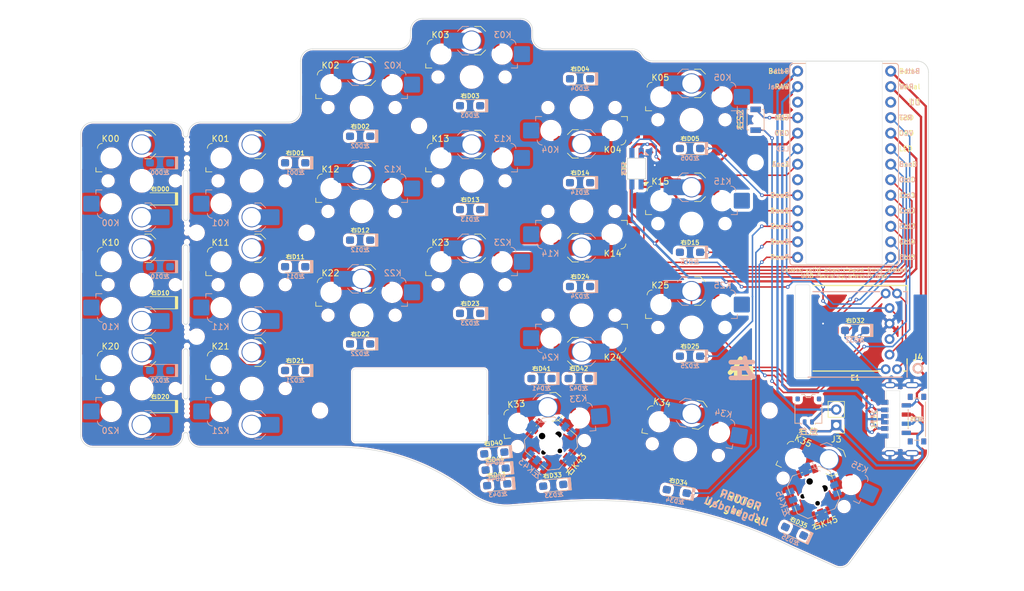
<source format=kicad_pcb>
(kicad_pcb (version 20221018) (generator pcbnew)
  (title_block (rev "rev1.0"))
  (layers (0 "F.Cu" signal) (31 "B.Cu" signal) (34 "B.Paste" user) (35 "F.Paste" user) (36 "B.SilkS" user "B.Silkscreen") (37 "F.SilkS" user "F.Silkscreen") (38 "B.Mask" user) (39 "F.Mask" user) (44 "Edge.Cuts" user))
  (net 0 "")
  (net 1 "GND")
  (net 2 "enc_a")
  (net 3 "enc_b")
  (net 4 "col2")
  (net 5 "Net-(右D32-A)")
  (net 6 "battery_l-{slash}r+")
  (net 7 "battery_l+{slash}r-")
  (net 8 "Net-(右D00-A)")
  (net 9 "col0")
  (net 10 "Net-(右D01-A)")
  (net 11 "col1")
  (net 12 "Net-(右D02-A)")
  (net 13 "Net-(右D03-A)")
  (net 14 "col3")
  (net 15 "Net-(右D04-A)")
  (net 16 "col4")
  (net 17 "Net-(右D05-A)")
  (net 18 "col5")
  (net 19 "Net-(右D10-A)")
  (net 20 "Net-(右D11-A)")
  (net 21 "Net-(右D12-A)")
  (net 22 "Net-(右D13-A)")
  (net 23 "Net-(右D14-A)")
  (net 24 "Net-(右D15-A)")
  (net 25 "Net-(右D20-A)")
  (net 26 "Net-(右D21-A)")
  (net 27 "Net-(右D22-A)")
  (net 28 "Net-(右D23-A)")
  (net 29 "Net-(右D24-A)")
  (net 30 "Net-(右D25-A)")
  (net 31 "Net-(右D33-A)")
  (net 32 "Net-(右D34-A)")
  (net 33 "Net-(右D35-A)")
  (net 34 "l_data{slash}r_raw")
  (net 36 "gnd_reset")
  (net 37 "l_gnd{slash}r_3V3")
  (net 38 "l_led")
  (net 39 "row0")
  (net 40 "row1")
  (net 41 "row2")
  (net 42 "row3")
  (net 43 "row4")
  (net 44 "l_raw{slash}r_data")
  (net 46 "reset_gnd")
  (net 47 "l_3V3{slash}r_gnd")
  (net 48 "r_led")
  (net 49 "Net-(右D40-K)")
  (net 50 "Net-(右D41-K)")
  (net 51 "Net-(右D42-K)")
  (net 52 "Net-(右D43-K)")
  (net 53 "Net-(右D44-K)")
  (net 56 "Net-(左D40-K)")
  (net 57 "Net-(左D41-K)")
  (net 58 "Net-(左D42-K)")
  (net 59 "Net-(左D43-K)")
  (net 60 "Net-(左D44-K)")
  (net 64 "Net-(J3-Pin_1)")
  (net 65 "Net-(左D32-A)")
  (footprint "♥Project_Library:D_SOD-123" (layer "F.Cu") (at 145.7575 53.3 180)
    (fp_text reference "右D04")
    (fp_text value "1N4148")
  )
  (footprint "♥Project_Library:SW_choc_v1_HS_1u_Reversible" (layer "F.Cu") (at 164 94)
    (fp_text reference "K25")
    (fp_text value "KEYSW")
  )
  (footprint "♥Project_Library:SW_SPDT_PCM12_Reversible" (layer "F.Cu") (at 200.6 109.013 90)
    (fp_text reference "右S1")
    (fp_text value "SW_SPST")
  )
  (footprint "♥Project_Library:SW_choc_v1_HS_1u_Reversible" (layer "F.Cu") (at 146 92 180)
    (fp_text reference "K24")
    (fp_text value "KEYSW")
  )
  (footprint "♥Project_Library:D_SOD-123" (layer "F.Cu") (at 127.7575 91.7 180)
    (fp_text reference "右D23")
    (fp_text value "1N4148")
  )
  (footprint "♥Project_Library:SW_choc_v1_HS_1u_Reversible_Opposing" (layer "F.Cu") (at 92 104)
    (fp_text reference "K21")
    (fp_text value "KEYSW")
  )
  (footprint "♥Project_Library:D_SOD-123" (layer "F.Cu") (at 99.125 67.05 180)
    (fp_text reference "右D01")
    (fp_text value "1N4148")
  )
  (footprint "♥Project_Library:D_SOD-123" (layer "F.Cu") (at 77.0025 106.95 180)
    (fp_text reference "右D20")
    (fp_text value "1N4148")
  )
  (footprint "♥Project_Library:D_SOD-123" (layer "F.Cu") (at 141.371691 119.840654 -175)
    (fp_text reference "右D33")
    (fp_text value "1N4148")
  )
  (footprint "♥Project_Library:ProMicro_Battery_Reversible" (layer "F.Cu") (at 189 68.55)
    (fp_text reference "U1")
    (fp_text value "Flippable RP2040 ProMicro/nice!nano")
    (fp_rect (start -6.25 -18.15) (end 6.25 15) (stroke (width 0.05)) (fill none) (layer "Edge.Cuts"))
  )
  (footprint "♥Project_Library:D_SOD-123" (layer "F.Cu") (at 127.7575 74.7 180)
    (fp_text reference "右D13")
    (fp_text value "1N4148")
  )
  (footprint "♥Project_Library:D_SOD-123" (layer "F.Cu") (at 163.7575 64.7 180)
    (fp_text reference "右D05")
    (fp_text value "1N4148")
  )
  (footprint "♥Project_Library:SW_choc_v1_HS_1u_Reversible" (layer "F.Cu") (at 110 58)
    (fp_text reference "K02")
    (fp_text value "KEYSW")
  )
  (footprint "♥Project_Library:MountingHole_2.2mm_M2" (layer "F.Cu") (at 103.2 107.6)
    (fp_text reference "H4")
    (fp_text value "MountingHole")
  )
  (footprint "♥Project_Library:SW_choc_v1_HS_1u_Reversible_Opposing" (layer "F.Cu") (at 74 87)
    (fp_text reference "K10")
    (fp_text value "KEYSW")
  )
  (footprint "Button_Switch_SMD:SW_SPST_B3U-1000P-B" (layer "F.Cu") (at 174.5 60 90)
    (fp_text reference "右S2")
    (fp_text value "SW_Push")
  )
  (footprint "♥Project_Library:D_SOD-123" (layer "F.Cu") (at 127.7575 57.7 180)
    (fp_text reference "右D03")
    (fp_text value "1N4148")
  )
  (footprint "♥Project_Library:D_SOD-123" (layer "F.Cu") (at 163.7575 81.7 180)
    (fp_text reference "右D15")
    (fp_text value "1N4148")
  )
  (footprint "♥Project_Library:SW_choc_v1_HS_1u_Reversible" (layer "F.Cu") (at 146 58 180)
    (fp_text reference "K04")
    (fp_text value "KEYSW")
  )
  (footprint "♥Project_Library:SW_choc_v1_HS_1u_Reversible" (layer "F.Cu") (at 110 75)
    (fp_text reference "K12")
    (fp_text value "KEYSW")
  )
  (footprint "♥Project_Library:MountingHole_2.2mm_M2" (layer "F.Cu") (at 174.5 67)
    (fp_text reference "H2")
    (fp_text value "MountingHole")
  )
  (footprint "♥Project_Library:Nav_Switch_SKRHAxE010" (layer "F.Cu") (at 141 113 95)
    (fp_text reference "右K43")
    (fp_text value "SW_SP5T")
  )
  (footprint "♥Project_Library:D_SOD-123" (layer "F.Cu") (at 99.125 84.05 180)
    (fp_text reference "右D11")
    (fp_text value "1N4148")
  )
  (footprint "♥Project_Library:SW_choc_v1_HS_1u_Reversible" (layer "F.Cu") (at 141 113 5)
    (fp_text reference "K33")
    (fp_text value "KEYSW")
  )
  (footprint "♥Project_Library:MountingHole_2.2mm_M2" (layer "F.Cu") (at 83 95.5)
    (fp_text reference "H5")
    (fp_text value "MountingHole")
  )
  (footprint "♥Project_Library:SK6812-MINI-E_Jumped_GND" (layer "F.Cu") (at 155 68 -90)
    (fp_text reference "右L2")
    (fp_text value "SK6812MINI-E" hide)
    (fp_line (start 0 -1.5) (end 1.7 -1.5) (stroke (width 0.12)) (layer "Edge.Cuts"))
    (fp_line (start 1.7 -1.5) (end 1.7 1.5) (stroke (width 0.12)) (layer "Edge.Cuts"))
    (fp_line (start 1.7 1.5) (end 0 1.5) (stroke (width 0.12)) (layer "Edge.Cuts"))
  )
  (footprint "Connector_PinHeader_2.54mm:PinHeader_1x02_P2.54mm_Vertical" (layer "F.Cu") (at 187.706 109.982 180)
    (fp_text reference "J3")
    (fp_text value "Alt. Battery")
  )
  (footprint "♥Project_Library:SW_choc_v1_HS_1u_Reversible_Opposing" (layer "F.Cu") (at 92 70)
    (fp_text reference "K01")
    (fp_text value "KEYSW")
  )
  (footprint "♥Project_Library:D_SOD-123" (layer "F.Cu") (at 180.875244 127.371908 155)
    (fp_text reference "右D35")
    (fp_text value "1N4148")
  )
  (footprint "♥Project_Library:D_SOD-123" (layer "F.Cu") (at 109.7575 96.7 180)
    (fp_text reference "右D22")
    (fp_text value "1N4148")
  )
  (footprint "♥Project_Library:D_SOD-123" (layer "F.Cu") (at 145.542 102.362 180)
    (fp_text reference "右D42")
    (fp_text value "1N4148")
  )
  (footprint "♥Project_Library:D_SOD-123" (layer "F.Cu") (at 145.7575 70.3 180)
    (fp_text reference "右D14")
    (fp_text value "1N4148")
  )
  (footprint "beekeeb_lib:mousebites_2" (layer "F.Cu") (at 81.4 78.5 90)
    (fp_text reference "MB1" hide)
    (fp_text value "MountingHole" hide)
  )
  (footprint "♥Project_Library:D_SOD-123" (layer "F.Cu") (at 139.446 102.362 180)
    (fp_text reference "右D41")
    (fp_text value "1N4148")
  )
  (footprint "♥Project_Library:Nav_Switch_SKRHAxE010" (layer "F.Cu") (at 184 121 65)
    (fp_text reference "右K45")
    (fp_text value "SW_SP5T")
  )
  (footprint "♥Project_Library:D_SOD-123" (layer "F.Cu") (at 77.0025 89.95 180)
    (fp_text reference "右D10")
    (fp_text value "1N4148")
  )
  (footprint "beekeeb_lib:mousebites_3" (layer "F.Cu") (at 81.4 108.4352 90)
    (fp_text reference "MB3" hide)
    (fp_text value "MountingHole" hide)
  )
  (footprint "♥Project_Library:D_SOD-123" (layer "F.Cu") (at 131.945721 117.204193 -175)
    (fp_text reference "右D44")
    (fp_text value "1N4148")
  )
  (footprint "♥Project_Library:D_SOD-123" (layer "F.Cu") (at 132.199721 119.744193 -175)
    (fp_text reference "右D43")
    (fp_text value "1N4148")
  )
  (footprint "♥Project_Library:D_SOD-123" (layer "F.Cu") (at 131.726 114.554 -175)
    (fp_text reference "右D40")
    (fp_text value "1N4148")
  )
  (footprint "beekeeb_lib:mousebites_2" (layer "F.Cu") (at 81.4 95.5 90)
    (fp_text reference "MB2" hide)
    (fp_text value "MountingHole" hide)
  )
  (footprint "♥Project_Library:SW_choc_v1_HS_1u_Reversible" (layer "F.Cu") (at 146 75 180)
    (fp_text reference "K14")
    (fp_text value "KEYSW")
  )
  (footprint "♥Project_Library:D_SOD-123" (layer "F.Cu") (at 109.7575 79.7 180)
    (fp_text reference "右D12")
    (fp_text value "1N4148")
  )
  (footprint "♥Project_Library:Battery_Cutout_401020" (layer "F.Cu") (at 119.5 106.75)
    (fp_text reference "B1" hide)
    (fp_text value "MountingHole")
    (fp_line (start -11 5.5) (end -11 -5.5) (stroke (width 0.05)) (layer "Edge.Cuts"))
    (fp_line (start -10.5 -6) (end 10.5 -6) (stroke (width 0.05)) (layer "Edge.Cuts"))
    (fp_line (start 10.5 6) (end -10.5 6) (stroke (width 0.05)) (layer "Edge.Cuts"))
    (fp_line (start 11 -5.5) (end 11 5.5) (stroke (width 0.05)) (layer "Edge.Cuts"))
    (fp_arc (start -11 -5.5) (mid -10.853553 -5.853553) (end -10.5 -6) (stroke (width 0.05)) (layer "Edge.Cuts"))
    (fp_arc (start -10.5 6) (mid -10.853553 5.853553) (end -11 5.5) (stroke (width 0.05)) (layer "Edge.Cuts"))
    (fp_arc (start 10.5 -6) (mid 10.853553 -5.853553) (end 11 -5.5) (stroke (width 0.05)) (layer "Edge.Cuts"))
    (fp_arc (start 11 5.5) (mid 10.853553 5.853553) (end 10.5 6) (stroke (width 0.05)) (layer "Edge.Cuts"))
  )
  (footprint "♥Project_Library:SW_choc_v1_HS_1u_Reversible" (layer "F.Cu") (at 128 87)
    (fp_text reference "K23")
    (fp_text value "KEYSW")
  )
  (footprint "♥Project_Library:SW_choc_v1_HS_1u_Reversible" (layer "F.Cu") (at 128 53)
    (fp_text reference "K03")
    (fp_text value "KEYSW")
  )
  (footprint "♥Project_Library:D_SOD-123" (layer "F.Cu") (at 109.7575 62.7 180)
    (fp_text reference "右D02")
    (fp_text value "1N4148")
  )
  (footprint "beekeeb_lib:SinglePad" (layer "F.Cu") (at 201.075 100.688)
    (fp_text reference "J4")
    (fp_text value "Conn_01x01_Socket" hide)
  )
  (footprint "♥Project_Library:D_SOD-123" (layer "F.Cu") (at 77.0025 72.95 180)
    (fp_text reference "右D00")
    (fp_text value "1N4148")
  )
  (footprint "♥Project_Library:MountingHole_2.2mm_M2" (layer "F.Cu") (at 83 78.5)
    (fp_text reference "H6")
    (fp_text value "MountingHole")
  )
  (footprint "♥Project_Library:MountingHole_2.2mm_M2" (layer "F.Cu") (at 119.4 61)
    (fp_text reference "H1")
    (fp_text value "MountingHole")
  )
  (footprint "♥Project_Library:SW_choc_v1_HS_1u_Reversible" (layer "F.Cu") (at 110 92)
    (fp_text reference "K22")
    (fp_text value "KEYSW")
  )
  (footprint "♥Project_Library:D_SOD-123" (layer "F.Cu") (at 99.125 101.05 180)
    (fp_text reference "右D21")
    (fp_text value "1N4148")
  )
  (footprint "♥Project_Library:D_SOD-123" (layer "F.Cu") (at 161.587832 120.841223 170)
    (fp_text reference "右D34")
    (fp_text value "1N4148")
  )
  (footprint "♥Project_Library:SW_choc_v1_HS_1u_Reversible" (layer "F.Cu") (at 164 77)
    (fp_text reference "K15")
    (fp_text value "KEYSW")
  )
  (footprint "♥Project_Library:D_SOD-123" (layer "F.Cu") (at 190.8 94.488 180)
    (fp_text reference "右D32")
    (fp_text value "1N4148")
  )
  (footprint "♥Project_Library:MountingHole_2.2mm_M2" (layer "F.Cu") (at 176.8 107.6)
    (fp_text reference "H3")
    (fp_text value "MountingHole")
  )
  (footprint "♥Project_Library:MountingHole_2.2mm_M2" (layer "F.Cu") (at 101 78.5)
    (fp_text reference "H7")
    (fp_text value "MountingHole")
  )
  (footprint "♥Project_Library:RollerEncoder_Panasonic_EVQWGD001_Reversible" (layer "F.Cu") (at 190.8 94.638 180)
    (fp_text reference "E1")
    (fp_text value "RotaryEncoder_Switch")
    (fp_line (start 7.4 -7.3) (end 7.4 7.3) (stroke (width 0.05)) (layer "Edge.Cuts"))
    (fp_line (start 7.7 -7.6) (end 9.5 -7.6) (stroke (width 0.05)) (layer "Edge.Cuts"))
    (fp_line (start 7.7 7.6) (end 9.5 7.6) (stroke (width 0.05)) (layer "Edge.Cuts"))
    (fp_line (start 9.8 -7.3) (end 9.8 7.3) (stroke (width 0.05)) (layer "Edge.Cuts"))
    (fp_arc (start 7.4 -7.3) (mid 7.487868 -7.512132) (end 7.7 -7.6) (stroke (width 0.05)) (layer "Edge.Cuts"))
    (fp_arc (start 7.7 7.6) (mid 7.487868 7.512132) (end 7.4 7.3) (stroke (width 0.05)) (layer "Edge.Cuts"))
    (fp_arc (start 9.5 -7.6) (mid 9.712132 -7.512132) (end 9.8 -7.3) (stroke (width 0.05)) (layer "Edge.Cuts"))
    (fp_arc (start 9.8 7.3) (mid 9.712132 7.512132) (end 9.5 7.6) (stroke (width 0.05)) (layer "Edge.Cuts"))
  )
  (footprint "♥Project_Library:D_SOD-123" (layer "F.Cu") (at 145.7575 87.3 180)
    (fp_text reference "右D24")
    (fp_text value "1N4148")
  )
  (footprint "♥Project_Library:SW_choc_v1_HS_1u_Reversible" (layer "F.Cu") (at 184 121 -25)
    (fp_text reference "K35")
    (fp_text value "KEYSW")
  )
  (footprint "♥Project_Library:SW_choc_v1_HS_1u_Reversible_Opposing" (layer "F.Cu") (at 92 87)
    (fp_text reference "K11")
    (fp_text value "KEYSW")
  )
  (footprint "♥Project_Library:CUI_UJC-HP-L-G-5-MSMT-TR_Reversible_Optional" (layer "F.Cu") (at 200.1 109.013 90)
    (fp_text reference "右J1")
    (fp_text value "USB_C_Receptacle_PowerOnly_6P")
    (fp_line (start -4.67 -4.2) (end -3.26 -4.2) (stroke (width 0.05)) (layer "Edge.Cuts"))
    (fp_line (start -4.67 -2) (end -4.67 -4.2) (stroke (width 0.05)) (layer "Edge.Cuts"))
    (fp_line (start -4.67 -2) (end 0 -2) (stroke (width 0.05)) (layer "Edge.Cuts"))
    (fp_line (start -3.26 -4.2) (end -3.26 -3.95) (stroke (width 0.05)) (layer "Edge.Cuts"))
    (fp_line (start -3.26 -3.95) (end 0 -3.95) (stroke (width 0.05)) (layer "Edge.Cuts"))
  )
  (footprint "♥Project_Library:D_SOD-123" (layer "F.Cu") (at 163.7575 98.7 180)
    (fp_text reference "右D25")
    (fp_text value "1N4148")
  )
  (footprint "♥Project_Library:SW_choc_v1_HS_1u_Reversible" (layer "F.Cu") (at 164 60)
    (fp_text reference "K05")
    (fp_text value "KEYSW")
  )
  (footprint "beekeeb_lib:mousebites_3" (layer "F.Cu") (at 81.4 65.5352 90)
    (fp_text reference "MB4" hide)
    (fp_text value "MountingHole" hide)
  )
  (footprint "♥Project_Library:SW_choc_v1_HS_1u_Reversible_Opposing" (layer "F.Cu") (at 74 104)
    (fp_text reference "K20")
    (fp_text value "KEYSW")
  )
  (footprint "♥Project_Library:SW_choc_v1_HS_1u_Reversible" (layer "F.Cu") (at 128 70)
    (fp_text reference "K13")
    (fp_text value "KEYSW")
  )
  (footprint "Connector_Molex:Molex_Pico-EZmate_78171-0002_1x02-1MP_P1.20mm_Vertical" (layer "F.Cu") (at 183.134 107.599 180)
    (fp_text reference "右J2")
    (fp_text value "Conn_01x02_Pin")
  )
  (footprint "♥Project_Library:SW_choc_v1_HS_1u_Reversible_Opposing" (layer "F.Cu") (at 74 70)
    (fp_text reference "K00")
    (fp_text value "KEYSW")
  )
  (footprint "♥Project_Library:SW_choc_v1_HS_1u_Reversible" (layer "F.Cu") (at 163 114 -10)
    (fp_text reference "K34")
    (fp_text value "KEYSW")
  )
  (footprint "♥Project_Library:D_SOD-123" (layer "B.Cu") (at 109.7575 62.7 180)
    (fp_text reference "左D02")
    (fp_text value "1N4148")
  )
  (footprint "♥Project_Library:D_SOD-123" (layer "B.Cu") (at 131.945721 117.204193 -175)
    (fp_text reference "左D44")
    (fp_text value "1N4148")
  )
  (footprint "♥Project_Library:D_SOD-123" (layer "B.Cu") (at 77.0025 67.05 180)
    (fp_text reference "左D00")
    (fp_text value "1N4148")
  )
  (footprint "♥Project_Library:D_SOD-123" (layer "B.Cu") (at 127.7575 57.7 180)
    (fp_text reference "左D03")
    (fp_text value "1N4148")
  )
  (footprint "♥Project_Library:D_SOD-123" (layer "B.Cu") (at 163.7575 81.7 180)
    (fp_text reference "左D15")
    (fp_text value "1N4148")
  )
  (footprint "Button_Switch_SMD:SW_SPST_B3U-1000P-B" (layer "B.Cu") (at 174.5 60 -90)
    (fp_text reference "左S2")
    (fp_text value "SW_Push")
  )
  (footprint "♥Project_Library:SW_SPDT_PCM12_Reversible" (layer "B.Cu") (at 200.6 109.013 -90)
    (fp_text reference "左S1")
    (fp_text value "SW_SPST")
  )
  (footprint "♥Project_Library:D_SOD-123" (layer "B.Cu") (at 132.199721 119.744193 -175)
    (fp_text reference "左D43")
    (fp_text value "1N4148")
  )
  (footprint "♥Project_Library:D_SOD-123" (layer "B.Cu") (at 131.726 114.554 -175)
    (fp_text reference "左D40")
    (fp_text value "1N4148")
  )
  (footprint "♥Project_Library:D_SOD-123" (layer "B.Cu") (at 127.7575 91.7 180)
    (fp_text reference "左D23")
    (fp_text value "1N4148")
  )
  (footprint "♥Project_Library:D_SOD-123" (layer "B.Cu") (at 145.542 102.362 180)
    (fp_text reference "左D42")
    (fp_text value "1N4148")
  )
  (footprint "♥Project_Library:Nav_Switch_SKRHAxE010" (layer "B.Cu") (at 141 113 95)
    (fp_text reference "左K43")
    (fp_text value "SW_SP5T")
  )
  (footprint "♥Project_Library:D_SOD-123" (layer "B.Cu") (at 99.125 101.05 180)
    (fp_text reference "左D21")
    (fp_text value "1N4148")
  )
  (footprint "Connector_Molex:Molex_Pico-EZmate_78171-0002_1x02-1MP_P1.20mm_Vertical" (layer "B.Cu") (at 183.134 107.599)
    (fp_text reference "左J2")
    (fp_text value "Conn_01x02_Pin")
  )
  (footprint "♥Project_Library:D_SOD-123" (layer "B.Cu") (at 145.7575 70.3 180)
    (fp_text reference "左D14")
    (fp_text value "1N4148")
  )
  (footprint "♥Project_Library:D_SOD-123" (layer "B.Cu") (at 163.7575 98.7 180)
    (fp_text reference "左D25")
    (fp_text value "1N4148")
  )
  (footprint "♥Project_Library:D_SOD-123" (layer "B.Cu") (at 127.7575 74.7 180)
    (fp_text reference "左D13")
    (fp_text value "1N4148")
  )
  (footprint "♥Project_Library:D_SOD-123" (layer "B.Cu") (at 161.587832 120.841223 170)
    (fp_text reference "左D34")
    (fp_text value "1N4148")
  )
  (footprint "♥Project_Library:D_SOD-123" (layer "B.Cu") (at 190.8 94.488 180)
    (fp_text reference "左D32")
    (fp_text value "1N4148")
  )
  (footprint "♥Project_Library:D_SOD-123" (layer "B.Cu") (at 145.7575 53.3 180)
    (fp_text reference "左D04")
    (fp_text value "1N4148")
  )
  (footprint "♥Project_Library:Nav_Switch_SKRHAxE010" (layer "B.Cu") (at 184 121 65)
    (fp_text reference "左K45")
    (fp_text value "SW_SP5T")
  )
  (footprint "♥Project_Library:SK6812-MINI-E_Jumped_GND" (layer "B.Cu") (at 155 68 90)
    (fp_text reference "左L1")
    (fp_text value "SK6812MINI-E" hide)
    (fp_line (start 0 1.5) (end 1.7 1.5) (stroke (width 0.12)) (layer "Edge.Cuts"))
    (fp_line (start 1.7 -1.5) (end 0 -1.5) (stroke (width 0.12)) (layer "Edge.Cuts"))
    (fp_line (start 1.7 1.5) (end 1.7 -1.5) (stroke (width 0.12)) (layer "Edge.Cuts"))
  )
  (footprint "♥Project_Library:D_SOD-123" (layer "B.Cu") (at 109.7575 79.7 180)
    (fp_text reference "左D12")
    (fp_text value "1N4148")
  )
  (footprint "♥Project_Library:D_SOD-123" (layer "B.Cu") (at 99.125 67.05 180)
    (fp_text reference "左D01")
    (fp_text value "1N4148")
  )
  (footprint "♥Project_Library:D_SOD-123" (layer "B.Cu") (at 145.7575 87.3 180)
    (fp_text reference "左D24")
    (fp_text value "1N4148")
  )
  (footprint "♥Project_Library:D_SOD-123" (layer "B.Cu") (at 141.371691 119.840654 -175)
    (fp_text reference "左D33")
    (fp_text value "1N4148")
  )
  (footprint "♥Project_Library:D_SOD-123" (layer "B.Cu") (at 109.7575 96.7 180)
    (fp_text reference "左D22")
    (fp_text value "1N4148")
  )
  (footprint "♥Project_Library:D_SOD-123" (layer "B.Cu") (at 180.875244 127.371908 155)
    (fp_text reference "左D35")
    (fp_text value "1N4148")
  )
  (footprint "♥Project_Library:CUI_UJC-HP-L-G-5-MSMT-TR_Reversible_Optional" (layer "B.Cu") (at 200.1 109.013 -90)
    (fp_text reference "左J1")
    (fp_text value "USB_C_Receptacle_PowerOnly_6P")
    (fp_line (start -4.67 2) (end -4.67 4.2) (stroke (width 0.05)) (layer "Edge.Cuts"))
    (fp_line (start -4.67 2) (end 0 2) (stroke (width 0.05)) (layer "Edge.Cuts"))
    (fp_line (start -4.67 4.2) (end -3.26 4.2) (stroke (width 0.05)) (layer "Edge.Cuts"))
    (fp_line (start -3.26 3.95) (end 0 3.95) (stroke (width 0.05)) (layer "Edge.Cuts"))
    (fp_line (start -3.26 4.2) (end -3.26 3.95) (stroke (width 0.05)) (layer "Edge.Cuts"))
  )
  (footprint "♥Project_Library:D_SOD-123" (layer "B.Cu") (at 77.0025 101.05 180)
    (fp_text reference "左D20")
    (fp_text value "1N4148")
  )
  (footprint "♥Project_Library:D_SOD-123" (layer "B.Cu") (at 139.446 102.362 180)
    (fp_text reference "左D41")
    (fp_text value "1N4148")
  )
  (footprint "♥Project_Library:D_SOD-123" (layer "B.Cu") (at 99.125 84.05 180)
    (fp_text reference "左D11")
    (fp_text value "1N4148")
  )
  (footprint "♥Project_Library:D_SOD-123" (layer "B.Cu") (at 77.0025 84.05 180)
    (fp_text reference "左D10")
    (fp_text value "1N4148")
  )
  (footprint "♥Project_Library:D_SOD-123" (layer "B.Cu") (at 163.7575 64.7 180)
    (fp_text reference "左D05")
    (fp_text value "1N4148")
  )
  (gr_line (start 81.6 97.9) (end 81.6 105.3) (stroke (width 0.1)) (layer "Edge.Cuts"))
  (gr_arc (start 201 50.4) (mid 202.272792 50.927208) (end 202.8 52.2) (stroke (width 0.1)) (layer "Edge.Cuts"))
  (gr_line (start 98 60.4) (end 83.6 60.4) (stroke (width 0.1)) (layer "Edge.Cuts"))
  (gr_arc (start 100 50.4) (mid 100.585786 48.985786) (end 102 48.4) (stroke (width 0.1)) (layer "Edge.Cuts"))
  (gr_line (start 83.6 113.6) (end 106.5 113.6) (stroke (width 0.1)) (layer "Edge.Cuts"))
  (gr_line (start 189.949999 132.449999) (end 202.434044 115.487896) (stroke (width 0.1)) (layer "Edge.Cuts"))
  (gr_arc (start 134.5 123.175) (mid 130.930967 122.788889) (end 127.75 121.125) (stroke (width 0.1)) (layer "Edge.Cuts"))
  (gr_arc (start 118 45.4) (mid 118.585786 43.985786) (end 120 43.4) (stroke (width 0.1)) (layer "Edge.Cuts"))
  (gr_arc (start 78.8 60.4) (mid 80.214214 60.985786) (end 80.8 62.4) (stroke (width 0.1)) (layer "Edge.Cuts"))
  (gr_line (start 201 50.4) (end 157.750002 50.399998) (stroke (width 0.1)) (layer "Edge.Cuts"))
  (gr_line (start 118 45.4) (end 118 46.4) (stroke (width 0.1)) (layer "Edge.Cuts"))
  (gr_arc (start 81.6 62.4) (mid 81.2 62.8) (end 80.8 62.4) (stroke (width 0.1)) (layer "Edge.Cuts"))
  (gr_line (start 138 46.4) (end 138 45.4) (stroke (width 0.1)) (layer "Edge.Cuts"))
  (gr_line (start 81.6 68.7) (end 81.6 76.1) (stroke (width 0.1)) (layer "Edge.Cuts"))
  (gr_arc (start 81.6 93.1) (mid 81.2 93.5) (end 80.8 93.1) (stroke (width 0.1)) (layer "Edge.Cuts"))
  (gr_arc (start 80.8 111.6) (mid 81.2 111.2) (end 81.6 111.6) (stroke (width 0.1)) (layer "Edge.Cuts"))
  (gr_arc (start 81.6 76.1) (mid 81.2 76.5) (end 80.8 76.1) (stroke (width 0.1)) (layer "Edge.Cuts"))
  (gr_arc (start 80.8 111.6) (mid 80.214214 113.014214) (end 78.8 113.6) (stroke (width 0.1)) (layer "Edge.Cuts"))
  (gr_line (start 80.8 97.9) (end 80.8 105.3) (stroke (width 0.1)) (layer "Edge.Cuts"))
  (gr_arc (start 202.8 114.4) (mid 202.70606 114.973899) (end 202.434044 115.487896) (stroke (width 0.1)) (layer "Edge.Cuts"))
  (gr_line (start 100 50.4) (end 100 58.4) (stroke (width 0.1)) (layer "Edge.Cuts"))
  (gr_arc (start 80.8 68.7) (mid 81.2 68.3) (end 81.6 68.7) (stroke (width 0.1)) (layer "Edge.Cuts"))
  (gr_line (start 78.8 60.4) (end 66 60.4) (stroke (width 0.1)) (layer "Edge.Cuts"))
  (gr_line (start 66 113.6) (end 78.8 113.6) (stroke (width 0.1)) (layer "Edge.Cuts"))
  (gr_arc (start 136 43.4) (mid 137.414214 43.985786) (end 138 45.4) (stroke (width 0.1)) (layer "Edge.Cuts"))
  (gr_arc (start 118 46.4) (mid 117.414214 47.814214) (end 116 48.4) (stroke (width 0.1)) (layer "Edge.Cuts"))
  (gr_arc (start 66 113.6) (mid 64.585786 113.014214) (end 64 111.6) (stroke (width 0.1)) (layer "Edge.Cuts"))
  (gr_line (start 202.8 114.4) (end 202.8 113.2) (stroke (width 0.1)) (layer "Edge.Cuts"))
  (gr_line (start 141.8 122.600001) (end 134.5 123.175) (stroke (width 0.1)) (layer "Edge.Cuts"))
  (gr_line (start 180.129399 129.8) (end 187.513868 133.121447) (stroke (width 0.1)) (layer "Edge.Cuts"))
  (gr_arc (start 83.6 113.6) (mid 82.185786 113.014214) (end 81.6 111.6) (stroke (width 0.1)) (layer "Edge.Cuts"))
  (gr_arc (start 140 48.4) (mid 138.585786 47.814214) (end 138 46.4) (stroke (width 0.1)) (layer "Edge.Cuts"))
  (gr_line (start 80.8 68.7) (end 80.8 76.1) (stroke (width 0.1)) (layer "Edge.Cuts"))
  (gr_arc (start 157.750002 50.399998) (mid 156.742216 50.132373) (end 156 49.4) (stroke (width 0.1)) (layer "Edge.Cuts"))
  (gr_line (start 64 62.4) (end 64 111.6) (stroke (width 0.1)) (layer "Edge.Cuts"))
  (gr_arc (start 80.8 97.9) (mid 81.2 97.5) (end 81.6 97.9) (stroke (width 0.1)) (layer "Edge.Cuts"))
  (gr_line (start 80.8 80.9) (end 80.8 93.1) (stroke (width 0.1)) (layer "Edge.Cuts"))
  (gr_arc (start 80.8 80.9) (mid 81.2 80.5) (end 81.6 80.9) (stroke (width 0.1)) (layer "Edge.Cuts"))
  (gr_line (start 136 43.4) (end 120 43.4) (stroke (width 0.1)) (layer "Edge.Cuts"))
  (gr_arc (start 64 62.4) (mid 64.585786 60.985786) (end 66 60.4) (stroke (width 0.1)) (layer "Edge.Cuts"))
  (gr_arc (start 106.5 113.600001) (mid 117.756229 115.57996) (end 127.75 121.125) (stroke (width 0.1)) (layer "Edge.Cuts"))
  (gr_line (start 116 48.4) (end 102 48.4) (stroke (width 0.1)) (layer "Edge.Cuts"))
  (gr_arc (start 154.3 48.4) (mid 155.286154 48.668538) (end 156 49.4) (stroke (width 0.1)) (layer "Edge.Cuts"))
  (gr_line (start 81.6 80.9) (end 81.6 93.1) (stroke (width 0.1)) (layer "Edge.Cuts"))
  (gr_line (start 202.8 113.2) (end 202.8 52.2) (stroke (width 0.1)) (layer "Edge.Cuts"))
  (gr_arc (start 81.6 105.3) (mid 81.2 105.7) (end 80.8 105.3) (stroke (width 0.1)) (layer "Edge.Cuts"))
  (gr_arc (start 100 58.4) (mid 99.414214 59.814214) (end 98 60.4) (stroke (width 0.1)) (layer "Edge.Cuts"))
  (gr_arc (start 81.6 62.4) (mid 82.185786 60.985786) (end 83.6 60.4) (stroke (width 0.1)) (layer "Edge.Cuts"))
  (gr_arc (start 189.949999 132.449999) (mid 188.858511 133.244969) (end 187.513868 133.121447) (stroke (width 0.1)) (layer "Edge.Cuts"))
  (gr_line (start 154.3 48.4) (end 140 48.4) (stroke (width 0.1)) (layer "Edge.Cuts"))
  (gr_arc (start 141.8 122.600001) (mid 161.459797 123.564333) (end 180.129399 129.8) (stroke (width 0.1)) (layer "Edge.Cuts"))
  (gr_text "PROTOR\nu/bgkendall" (at 171.704 123.19 340) (layer "B.SilkS") (effects (font (size 1.2 1.2) (thickness 0.25) bold) (justify mirror)))
  (gr_text "左" (at 172.245 100.909782) (layer "B.SilkS") (effects (font (size 3 3) (thickness 0.75) bold) (justify mirror)))
  (gr_text "PROTOR\nu/bgkendall" (at 171.704 123.19 340) (layer "F.SilkS") (effects (font (size 1.2 1.2) (thickness 0.25) bold)))
  (gr_text "右" (at 172.245 100.909782) (layer "F.SilkS") (effects (font (size 3 3) (thickness 0.75) bold)))
  (via (at 157.988 67.437) (size 0.6) (drill 0.3) (layers "F.Cu" "B.Cu") (net 1))
  (via (at 185.542701 93.368) (size 0.6) (drill 0.3) (layers "F.Cu" "B.Cu") (net 1))
  (segment (start 198.54 96.333) (end 198.54 92.943) (width 0.25) (layer "F.Cu") (net 2))
  (segment (start 185.542701 89.662) (end 185.542701 87.346098) (width 0.25) (layer "F.Cu") (net 2))
  (segment (start 198.54 92.943) (end 196.425 90.828) (width 0.25) (layer "F.Cu") (net 2))
  (segment (start 196.425 98.448) (end 198.54 96.333) (width 0.25) (layer "F.Cu") (net 2))
  (segment (start 185.542701 87.346098) (end 185.551299 87.3375) (width 0.25) (layer "F.Cu") (net 2))
  (via (at 185.551299 87.3375) (size 0.6) (drill 0.3) (layers "F.Cu" "B.Cu") (net 2))
  (via (at 185.542701 89.662) (size 0.6) (drill 0.3) (layers "F.Cu" "B.Cu") (net 2))
  (segment (start 181.38 64.74) (end 179.578 66.542) (width 0.25) (layer "B.Cu") (net 2))
  (segment (start 180.451 85.963) (end 184.269598 85.963) (width 0.25) (layer "B.Cu") (net 2))
  (segment (start 185.542701 89.662) (end 186.708701 90.828) (width 0.25) (layer "B.Cu") (net 2))
  (segment (start 179.578 85.09) (end 180.451 85.963) (width 0.25) (layer "B.Cu") (net 2))
  (segment (start 186.708701 90.828) (end 196.275 90.828) (width 0.25) (layer "B.Cu") (net 2))
  (segment (start 185.551299 87.244701) (end 185.551299 87.3375) (width 0.25) (layer "B.Cu") (net 2))
  (segment (start 179.578 66.542) (end 179.578 85.09) (width 0.25) (layer "B.Cu") (net 2))
  (segment (start 184.269598 85.963) (end 185.551299 87.244701) (width 0.25) (layer "B.Cu") (net 2))
  (segment (start 199.178 93.005) (end 196.425 95.758) (width 0.25) (layer "B.Cu") (net 3))
  (segment (start 196.62 64.74) (end 199.178 67.298) (width 0.25) (layer "B.Cu") (net 3))
  (segment (start 199.178 67.298) (end 199.178 93.005) (width 0.25) (layer "B.Cu") (net 3))
  (segment (start 198.985 77.265) (end 198.985 83.638202) (width 0.25) (layer "F.Cu") (net 4))
  (segment (start 110 88.918) (end 110 86.05) (width 0.25) (layer "F.Cu") (net 4))
  (segment (start 197.990202 84.633) (end 141.903363 84.633) (width 0.25) (layer "F.Cu") (net 4))
  (segment (start 118.364 97.282) (end 110 88.918) (width 0.25) (layer "F.Cu") (net 4))
  (segment (start 141.903363 84.633) (end 129.254363 97.282) (width 0.25) (layer "F.Cu") (net 4))
  (segment (start 196.62 74.9) (end 198.985 77.265) (width 0.25) (layer "F.Cu") (net 4))
  (segment (start 198.985 83.638202) (end 197.990202 84.633) (width 0.25) (layer "F.Cu") (net 4))
  (segment (start 129.254363 97.282) (end 118.364 97.282) (width 0.25) (layer "F.Cu") (net 4))
  (segment (start 189.15 94.488) (end 189.75 94.488) (width 0.25) (layer "F.Cu") (net 5))
  (segment (start 189.75 94.488) (end 195.8 88.438) (width 0.25) (layer "F.Cu") (net 5))
  (segment (start 185.766 107.442) (end 183.734 109.474) (width 0.38) (layer "F.Cu") (net 6))
  (segment (start 187.706 107.442) (end 185.766 107.442) (width 0.38) (layer "F.Cu") (net 6))
  (segment (start 187.706 107.442) (end 181.102 107.442) (width 0.38) (layer "B.Cu") (net 6))
  (segment (start 178.083 55.337) (end 181.38 52.04) (width 0.38) (layer "B.Cu") (net 6))
  (segment (start 181.102 107.442) (end 178.083 104.423) (width 0.38) (layer "B.Cu") (net 6))
  (segment (start 183.734 109.474) (end 185.766 107.442) (width 0.38) (layer "B.Cu") (net 6))
  (segment (start 185.766 107.442) (end 187.706 107.442) (width 0.38) (layer "B.Cu") (net 6))
  (segment (start 178.083 104.423) (end 178.083 55.337) (width 0.38) (layer "B.Cu") (net 6))
  (segment (start 201.82 110.88165) (end 201.82 106.86474) (width 0.38) (layer "F.Cu") (net 7))
  (segment (start 201.9513 101.5643) (end 201.9513 103.75196) (width 0.38) (layer "F.Cu") (net 7))
  (segment (start 201.29865 111.403) (end 201.82 110.88165) (width 0.38) (layer "F.Cu") (net 7))
  (segment (start 202.36 57.78) (end 202.36 99.403) (width 0.38) (layer "F.Cu") (net 7))
  (segment (start 202.36 99.403) (end 201.075 100.688) (width 0.38) (layer "F.Cu") (net 7))
  (segment (start 199.17 111.263) (end 199.31 111.403) (width 0.38) (layer "F.Cu") (net 7))
  (segment (start 199.31 111.403) (end 201.29865 111.403) (width 0.38) (layer "F.Cu") (net 7))
  (segment (start 201.075 100.688) (end 201.9513 101.5643) (width 0.38) (layer "F.Cu") (net 7))
  (segment (start 196.62 52.04) (end 202.36 57.78) (width 0.38) (layer "F.Cu") (net 7))
  (segment (start 201.82 106.86474) (end 200.914 105.95874) (width 0.38) (layer "F.Cu") (net 7))
  (segment (start 201.9513 103.75196) (end 200.914 104.78926) (width 0.38) (layer "F.Cu") (net 7))
  (segment (start 200.914 104.78926) (end 200.914 105.95874) (width 0.38) (layer "F.Cu") (net 7))
  (via (at 200.914 105.95874) (size 0.6) (drill 0.3) (layers "F.Cu" "B.Cu") (net 7))
  (segment (start 200.914 105.95874) (end 200.10974 106.763) (width 0.38) (layer "B.Cu") (net 7))
  (segment (start 200.10974 106.763) (end 199.17 106.763) (width 0.38) (layer "B.Cu") (net 7))
  (segment (start 88.043506 97.028) (end 91.140506 100.125) (width 0.25) (layer "F.Cu") (net 9))
  (segment (start 91.140506 100.125) (end 96.250942 100.125) (width 0.25) (layer "F.Cu") (net 9))
  (segment (start 81.789035 96.375) (end 82.442035 97.028) (width 0.25) (layer "F.Cu") (net 9))
  (segment (start 198.445838 85.733) (end 200.085 84.093838) (width 0.25) (layer "F.Cu") (net 9))
  (segment (start 129.285999 98.806) (end 142.358999 85.733) (width 0.25) (layer "F.Cu") (net 9))
  (segment (start 200.085 73.285) (end 196.62 69.82) (width 0.25) (layer "F.Cu") (net 9))
  (segment (start 78.92 96.375) (end 81.789035 96.375) (width 0.25) (layer "F.Cu") (net 9))
  (segment (start 74.73 109.22) (end 74 109.95) (width 0.25) (layer "F.Cu") (net 9))
  (segment (start 96.250942 100.125) (end 97.569942 98.806) (width 0.25) (layer "F.Cu") (net 9))
  (segment (start 97.569942 98.806) (end 129.285999 98.806) (width 0.25) (layer "F.Cu") (net 9))
  (segment (start 77.245 98.05) (end 78.92 96.375) (width 0.25) (layer "F.Cu") (net 9))
  (segment (start 200.085 84.093838) (end 200.085 73.285) (width 0.25) (layer "F.Cu") (net 9))
  (segment (start 142.358999 85.733) (end 198.445838 85.733) (width 0.25) (layer "F.Cu") (net 9))
  (segment (start 82.442035 97.028) (end 88.043506 97.028) (width 0.25) (layer "F.Cu") (net 9))
  (segment (start 77.975 109.22) (end 77.245 109.95) (width 0.25) (layer "B.Cu") (net 9))
  (segment (start 198.21802 85.183) (end 142.131182 85.183) (width 0.25) (layer "F.Cu") (net 11))
  (segment (start 196.62 72.36) (end 199.535 75.275) (width 0.25) (layer "F.Cu") (net 11))
  (segment (start 142.131182 85.183) (end 129.264182 98.05) (width 0.25) (layer "F.Cu") (net 11))
  (segment (start 129.264182 98.05) (end 95.245 98.05) (width 0.25) (layer "F.Cu") (net 11))
  (segment (start 199.535 83.86602) (end 198.21802 85.183) (width 0.25) (layer "F.Cu") (net 11))
  (segment (start 199.535 75.275) (end 199.535 83.86602) (width 0.25) (layer "F.Cu") (net 11))
  (segment (start 197.771384 84.074) (end 141.732 84.074) (width 0.25) (layer "F.Cu") (net 14))
  (segment (start 141.732 84.074) (end 138.708 81.05) (width 0.25) (layer "F.Cu") (net 14))
  (segment (start 198.435 83.410384) (end 197.771384 84.074) (width 0.25) (layer "F.Cu") (net 14))
  (segment (start 196.62 77.44) (end 198.435 79.255) (width 0.25) (layer "F.Cu") (net 14))
  (segment (start 138.708 81.05) (end 131.245 81.05) (width 0.25) (layer "F.Cu") (net 14))
  (segment (start 198.435 79.255) (end 198.435 83.410384) (width 0.25) (layer "F.Cu") (net 14))
  (segment (start 184.236364 103.548) (end 180.256 103.548) (width 0.25) (layer "F.Cu") (net 16))
  (segment (start 177.8 101.092) (end 171.081601 101.092) (width 0.25) (layer "F.Cu") (net 16))
  (segment (start 180.256 103.548) (end 177.8 101.092) (width 0.25) (layer "F.Cu") (net 16))
  (segment (start 187.96 99.824364) (end 184.236364 103.548) (width 0.25) (layer "F.Cu") (net 16))
  (segment (start 191.008 89.4455) (end 187.96 92.4935) (width 0.25) (layer "F.Cu") (net 16))
  (segment (start 187.96 92.4935) (end 187.96 99.824364) (width 0.25) (layer "F.Cu") (net 16))
  (segment (start 171.081601 101.092) (end 164.033207 108.140394) (width 0.25) (layer "F.Cu") (net 16))
  (via (at 191.008 89.4455) (size 0.6) (drill 0.3) (layers "F.Cu" "B.Cu") (net 16))
  (segment (start 197.945 81.305) (end 196.62 79.98) (width 0.25) (layer "B.Cu") (net 16))
  (segment (start 151.210599 97.95) (end 160.837505 107.576906) (width 0.25) (layer "B.Cu") (net 16))
  (segment (start 191.008 89.4455) (end 191.568333 89.4455) (width 0.25) (layer "B.Cu") (net 16))
  (segment (start 197.945 83.068833) (end 197.945 81.305) (width 0.25) (layer "B.Cu") (net 16))
  (segment (start 191.568333 89.4455) (end 197.945 83.068833) (width 0.25) (layer "B.Cu") (net 16))
  (segment (start 149.245 97.95) (end 151.210599 97.95) (width 0.25) (layer "B.Cu") (net 16))
  (segment (start 189.992 89.408) (end 192.237 87.163) (width 0.25) (layer "F.Cu") (net 18))
  (segment (start 187.41 91.99) (end 187.41 99.596546) (width 0.25) (layer "F.Cu") (net 18))
  (segment (start 164 90.848) (end 164 88.05) (width 0.25) (layer "F.Cu") (net 18))
  (segment (start 196.375 87.163) (end 197.65 88.438) (width 0.25) (layer "F.Cu") (net 18))
  (segment (start 192.237 87.163) (end 196.375 87.163) (width 0.25) (layer "F.Cu") (net 18))
  (segment (start 180.355817 102.87) (end 178.027817 100.542) (width 0.25) (layer "F.Cu") (net 18))
  (segment (start 184.136546 102.87) (end 180.355817 102.87) (width 0.25) (layer "F.Cu") (net 18))
  (segment (start 199.09 99.364838) (end 199.09 89.878) (width 0.25) (layer "F.Cu") (net 18))
  (segment (start 178.027817 100.542) (end 173.694 100.542) (width 0.25) (layer "F.Cu") (net 18))
  (segment (start 189.992 89.408) (end 187.41 91.99) (width 0.25) (layer "F.Cu") (net 18))
  (segment (start 173.694 100.542) (end 164 90.848) (width 0.25) (layer "F.Cu") (net 18))
  (segment (start 199.09 89.878) (end 197.65 88.438) (width 0.25) (layer "F.Cu") (net 18))
  (segment (start 197.65 100.804838) (end 199.09 99.364838) (width 0.25) (layer "F.Cu") (net 18))
  (segment (start 187.41 99.596546) (end 184.136546 102.87) (width 0.25) (layer "F.Cu") (net 18))
  (via (at 189.992 89.408) (size 0.6) (drill 0.3) (layers "F.Cu" "B.Cu") (net 18))
  (segment (start 196.62 82.78) (end 196.62 82.52) (width 0.25) (layer "B.Cu") (net 18))
  (segment (start 189.992 89.408) (end 196.62 82.78) (width 0.25) (layer "B.Cu") (net 18))
  (segment (start 195.65 110.533) (end 194.176151 110.533) (width 0.38) (layer "F.Cu") (net 34))
  (segment (start 194.176151 107.493) (end 193.561151 106.878) (width 0.38) (layer "F.Cu") (net 34))
  (segment (start 194.176151 110.533) (end 193.561151 111.148) (width 0.38) (layer "F.Cu") (net 34))
  (segment (start 193.561151 111.148) (end 193.548 111.148) (width 0.38) (layer "F.Cu") (net 34))
  (segment (start 193.561151 106.878) (end 193.548 106.878) (width 0.38) (layer "F.Cu") (net 34))
  (segment (start 195.65 107.493) (end 194.176151 107.493) (width 0.38) (layer "F.Cu") (net 34))
  (via (at 193.548 106.878) (size 0.6) (drill 0.3) (layers "F.Cu" "B.Cu") (net 34))
  (via (at 193.548 111.148) (size 0.6) (drill 0.3) (layers "F.Cu" "B.Cu") (net 34))
  (segment (start 192.658 110.616) (end 193.19 111.148) (width 0.38) (layer "B.Cu") (net 34))
  (segment (start 193.414349 106.878) (end 192.658 107.634349) (width 0.38) (layer "B.Cu") (net 34))
  (segment (start 179.832 104.394) (end 191.063999 104.394) (width 0.38) (layer "B.Cu") (net 34))
  (segment (start 193.548 106.878) (end 193.414349 106.878) (width 0.38) (layer "B.Cu") (net 34))
  (segment (start 181.38 54.58) (end 178.863 57.097) (width 0.38) (layer "B.Cu") (net 34))
  (segment (start 192.658 107.634349) (end 192.658 108.966) (width 0.38) (layer "B.Cu") (net 34))
  (segment (start 195.15 109.013) (end 195.65 108.513) (width 0.38) (layer "B.Cu") (net 34))
  (segment (start 178.863 57.097) (end 178.863 103.425) (width 0.38) (layer "B.Cu") (net 34))
  (segment (start 195.15 109.013) (end 195.65 109.513) (width 0.38) (layer "B.Cu") (net 34))
  (segment (start 192.658 108.966) (end 192.658 110.616) (width 0.38) (layer "B.Cu") (net 34))
  (segment (start 191.063999 104.394) (end 193.532456 106.862457) (width 0.38) (layer "B.Cu") (net 34))
  (segment (start 193.19 111.148) (end 193.548 111.148) (width 0.38) (layer "B.Cu") (net 34))
  (segment (start 178.863 103.425) (end 179.832 104.394) (width 0.38) (layer "B.Cu") (net 34))
  (segment (start 192.658 109.013) (end 195.15 109.013) (width 0.38) (layer "B.Cu") (net 34))
  (segment (start 175.86 59.66) (end 176.784 59.66) (width 0.25) (layer "F.Cu") (net 36))
  (segment (start 176.784 59.66) (end 181.38 59.66) (width 0.25) (layer "F.Cu") (net 36))
  (segment (start 174.5 58.3) (end 175.86 59.66) (width 0.25) (layer "F.Cu") (net 36))
  (via (at 176.784 59.66) (size 0.6) (drill 0.3) (layers "F.Cu" "B.Cu") (net 36))
  (segment (start 175.86 59.66) (end 176.784 59.66) (width 0.25) (layer "B.Cu") (net 36))
  (segment (start 174.5 58.3) (end 175.86 59.66) (width 0.25) (layer "B.Cu") (net 36))
  (segment (start 160.02 66.548) (end 168.91 66.548) (width 0.38) (layer "F.Cu") (net 37))
  (segment (start 157.482 64.01) (end 160.02 66.548) (width 0.38) (layer "F.Cu") (net 37))
  (segment (start 155.016 64.01) (end 157.482 64.01) (width 0.38) (layer "F.Cu") (net 37))
  (segment (start 154.25 64.776) (end 155.016 64.01) (width 0.38) (layer "F.Cu") (net 37))
  (segment (start 154.25 65.45) (end 154.25 64.776) (width 0.38) (layer "F.Cu") (net 37))
  (segment (start 179.572 64.008) (end 181.38 62.2) (width 0.38) (layer "F.Cu") (net 37))
  (segment (start 171.45 64.008) (end 179.572 64.008) (width 0.38) (layer "F.Cu") (net 37))
  (segment (start 168.91 66.548) (end 171.45 64.008) (width 0.38) (layer "F.Cu") (net 37))
  (via (at 156.7675 64.01) (size 0.6) (drill 0.3) (layers "F.Cu" "B.Cu") (net 37))
  (segment (start 155.8 65.025) (end 155.8 64.418) (width 0.38) (layer "B.Cu") (net 37))
  (segment (start 156.208 64.01) (end 156.7675 64.01) (width 0.38) (layer "B.Cu") (net 37))
  (segment (start 155.8 64.418) (end 156.208 64.01) (width 0.38) (layer "B.Cu") (net 37))
  (segment (start 158.242 66.04) (end 161.177 68.975) (width 0.25) (layer "F.Cu") (net 38))
  (segment (start 164.859494 68.975) (end 164.972494 69.088) (width 0.25) (layer "F.Cu") (net 38))
  (segment (start 161.177 68.975) (end 164.859494 68.975) (width 0.25) (layer "F.Cu") (net 38))
  (segment (start 179.572 69.088) (end 181.38 67.28) (width 0.25) (layer "F.Cu") (net 38))
  (segment (start 164.972494 69.088) (end 179.572 69.088) (width 0.25) (layer "F.Cu") (net 38))
  (via (at 158.242 66.04) (size 0.6) (drill 0.3) (layers "F.Cu" "B.Cu") (net 38))
  (segment (start 157.109227 63.185) (end 155.509 63.185) (width 0.25) (layer "B.Cu") (net 38))
  (segment (start 154.25 64.444) (end 154.25 65.45) (width 0.25) (layer "B.Cu") (net 38))
  (segment (start 158.242 66.04) (end 158.242 64.317773) (width 0.25) (layer "B.Cu") (net 38))
  (segment (start 158.242 64.317773) (end 157.109227 63.185) (width 0.25) (layer "B.Cu") (net 38))
  (segment (start 155.509 63.185) (end 154.25 64.444) (width 0.25) (layer "B.Cu") (net 38))
  (segment (start 175.544 72.36) (end 181.38 72.36) (width 0.25) (layer "F.Cu") (net 39))
  (segment (start 166.624 64.7) (end 165.4075 64.7) (width 0.25) (layer "F.Cu") (net 39))
  (via (at 166.624 64.7) (size 0.6) (drill 0.3) (layers "F.Cu" "B.Cu") (net 39))
  (via (at 175.544 72.36) (size 0.6) (drill 0.3) (layers "F.Cu" "B.Cu") (net 39))
  (segment (start 175.544 72.36) (end 167.884 64.7) (width 0.25) (layer "B.Cu") (net 39))
  (segment (start 166.624 64.7) (end 165.4075 64.7) (width 0.25) (layer "B.Cu") (net 39))
  (segment (start 167.884 64.7) (end 166.624 64.7) (width 0.25) (layer "B.Cu") (net 39))
  (segment (start 181.38 74.9) (end 175.4175 74.9) (width 0.25) (layer "F.Cu") (net 40))
  (segment (start 168.6175 81.7) (end 166.624 81.7) (width 0.25) (layer "F.Cu") (net 40))
  (segment (start 165.4075 81.7) (end 166.624 81.7) (width 0.25) (layer "F.Cu") (net 40))
  (segment (start 175.4175 74.9) (end 168.6175 81.7) (width 0.25) (layer "F.Cu") (net 40))
  (via (at 166.624 81.7) (size 0.6) (drill 0.3) (layers "F.Cu" "B.Cu") (net 40))
  (segment (start 166.624 81.7) (end 165.4075 81.7) (width 0.25) (layer "B.Cu") (net 40))
  (segment (start 175.514 77.44) (end 181.38 77.44) (width 0.25) (layer "F.Cu") (net 41))
  (segment (start 165.4075 98.7) (end 166.624 98.7) (width 0.25) (layer "F.Cu") (net 41))
  (via (at 175.514 77.44) (size 0.6) (drill 0.3) (layers "F.Cu" "B.Cu") (net 41))
  (via (at 166.624 98.7) (size 0.6) (drill 0.3) (layers "F.Cu" "B.Cu") (net 41))
  (segment (start 168.254 98.7) (end 166.624 98.7) (width 0.25) (layer "B.Cu") (net 41))
  (segment (start 175.514 77.44) (end 173.99 78.964) (width 0.25) (layer "B.Cu") (net 41))
  (segment (start 173.995 92.959) (end 168.254 98.7) (width 0.25) (layer "B.Cu") (net 41))
  (segment (start 166.624 98.7) (end 165.4075 98.7) (width 0.25) (layer "B.Cu") (net 41))
  (segment (start 173.99 78.964) (end 173.99 88.914058) (width 0.25) (layer "B.Cu") (net 41))
  (segment (start 173.995 88.919058) (end 173.995 92.959) (width 0.25) (layer "B.Cu") (net 41))
  (segment (start 173.99 88.914058) (end 173.995 88.919058) (width 0.25) (layer "B.Cu") (net 41))
  (segment (start 176.306 79.98) (end 181.38 79.98) (width 0.25) (layer "F.Cu") (net 42))
  (segment (start 163.212765 121.127742) (end 164.338 121.127742) (width 0.25) (layer "F.Cu") (net 42))
  (segment (start 175.514 80.772) (end 176.306 79.98) (width 0.25) (layer "F.Cu") (net 42))
  (via (at 164.338 121.127742) (size 0.6) (drill 0.3) (layers "F.Cu" "B.Cu") (net 42))
  (via (at 175.514 80.772) (size 0.6) (drill 0.3) (layers "F.Cu" "B.Cu") (net 42))
  (segment (start 164.338 121.127742) (end 163.212765 121.127742) (width 0.25) (layer "B.Cu") (net 42))
  (segment (start 166.908258 121.127742) (end 164.338 121.127742) (width 0.25) (layer "B.Cu") (net 42))
  (segment (start 174.545 113.491) (end 166.908258 121.127742) (width 0.25) (layer "B.Cu") (net 42))
  (segment (start 175.514 80.772) (end 174.545 81.741) (width 0.25) (layer "B.Cu") (net 42))
  (segment (start 174.545 81.741) (end 174.545 113.491) (width 0.25) (layer "B.Cu") (net 42))
  (segment (start 175.514 83.312) (end 176.306 82.52) (width 0.25) (layer "F.Cu") (net 43))
  (segment (start 177.546 101.854) (end 179.79 104.098) (width 0.25) (layer "F.Cu") (net 43))
  (segment (start 191.475 97.150182) (end 191.475 95.463) (width 0.25) (layer "F.Cu") (net 43))
  (segment (start 179.79 104.098) (end 184.527182 104.098) (width 0.25) (layer "F.Cu") (net 43))
  (segment (start 184.527182 104.098) (end 191.475 97.150182) (width 0.25) (layer "F.Cu") (net 43))
  (segment (start 176.022 101.854) (end 177.546 101.854) (width 0.25) (layer "F.Cu") (net 43))
  (segment (start 191.475 95.463) (end 192.45 94.488) (width 0.25) (layer "F.Cu") (net 43))
  (segment (start 176.306 82.52) (end 181.38 82.52) (width 0.25) (layer "F.Cu") (net 43))
  (via (at 176.022 101.854) (size 0.6) (drill 0.3) (layers "F.Cu" "B.Cu") (net 43))
  (via (at 191.475 95.463) (size 0.6) (drill 0.3) (layers "F.Cu" "B.Cu") (net 43))
  (via (at 175.514 83.312) (size 0.6) (drill 0.3) (layers "F.Cu" "B.Cu") (net 43))
  (segment (start 176.022 101.854) (end 175.095 100.927) (width 0.25) (layer "B.Cu") (net 43))
  (segment (start 175.095 100.927) (end 175.095 83.731) (width 0.25) (layer "B.Cu") (net 43))
  (segment (start 192.45 94.488) (end 191.475 95.463) (width 0.25) (layer "B.Cu") (net 43))
  (segment (start 175.095 83.731) (end 175.514 83.312) (width 0.25) (layer "B.Cu") (net 43))
  (segment (start 192.658 107.246651) (end 192.658 105.338507) (width 0.38) (layer "F.Cu") (net 44))
  (segment (start 201.58 59.54) (end 196.62 54.58) (width 0.38) (layer "F.Cu") (net 44))
  (segment (start 195.708508 102.287999) (end 195.768507 102.287999) (width 0.38) (layer "F.Cu") (net 44))
  (segment (start 198.508 102.287999) (end 199.324349 101.47165) (width 0.38) (layer "F.Cu") (net 44))
  (segment (start 192.658 105.338507) (end 195.708508 102.287999) (width 0.38) (layer "F.Cu") (net 44))
  (segment (start 193.548 109.9025) (end 193.548 108.1235) (width 0.38) (layer "F.Cu") (net 44))
  (segment (start 195.65 108.513) (end 195.15 109.013) (width 0.38) (layer "F.Cu") (net 44))
  (segment (start 193.534849 108.1235) (end 192.658 107.246651) (width 0.38) (layer "F.Cu") (net 44))
  (segment (start 199.324349 100.141651) (end 201.58 97.886) (width 0.38) (layer "F.Cu") (net 44))
  (segment (start 195.15 109.013) (end 193.548 109.013) (width 0.38) (layer "F.Cu") (net 44))
  (segment (start 199.324349 101.47165) (end 199.324349 100.141651) (width 0.38) (layer "F.Cu") (net 44))
  (segment (start 201.58 97.886) (end 201.58 59.54) (width 0.38) (layer "F.Cu") (net 44))
  (segment (start 193.548 108.1235) (end 193.534849 108.1235) (width 0.38) (layer "F.Cu") (net 44))
  (segment (start 195.768507 102.287999) (end 198.508 102.287999) (width 0.38) (layer "F.Cu") (net 44))
  (segment (start 195.65 109.513) (end 195.15 109.013) (width 0.38) (layer "F.Cu") (net 44))
  (via (at 193.548 109.9025) (size 0.6) (drill 0.3) (layers "F.Cu" "B.Cu") (net 44))
  (via (at 193.548 108.1235) (size 0.6) (drill 0.3) (layers "F.Cu" "B.Cu") (net 44))
  (segment (start 193.8825 108.1235) (end 194.513 107.493) (width 0.38) (layer "B.Cu") (net 44))
  (segment (start 193.9765 109.9025) (end 194.607 110.533) (width 0.38) (layer "B.Cu") (net 44))
  (segment (start 193.548 108.1235) (end 193.8825 108.1235) (width 0.38) (layer "B.Cu") (net 44))
  (segment (start 194.513 107.493) (end 195.65 107.493) (width 0.38) (layer "B.Cu") (net 44))
  (segment (start 193.548 109.9025) (end 193.9765 109.9025) (width 0.38) (layer "B.Cu") (net 44))
  (segment (start 194.607 110.533) (end 195.65 110.533) (width 0.38) (layer "B.Cu") (net 44))
  (segment (start 177.1935 102.78405) (end 179.05745 104.648) (width 0.25) (layer "F.Cu") (net 46))
  (segment (start 184.755 104.648) (end 192.27 97.133) (width 0.25) (layer "F.Cu") (net 46))
  (segment (start 177.1935 63.021) (end 175.8725 61.7) (width 0.25) (layer "F.Cu") (net 46))
  (segment (start 179.05745 104.648) (end 184.755 104.648) (width 0.25) (layer "F.Cu") (net 46))
  (segment (start 175.8725 61.7) (end 174.5 61.7) (width 0.25) (layer "F.Cu") (net 46))
  (via (at 192.27 97.133) (size 0.6) (drill 0.3) (layers "F.Cu" "B.Cu") (net 46))
  (via (at 177.1935 102.78405) (size 0.6) (drill 0.3) (layers "F.Cu" "B.Cu") (net 46))
  (via (at 177.1935 63.021) (size 0.6) (drill 0.3) (layers "F.Cu" "B.Cu") (net 46))
  (segment (start 192.333 97.133) (end 192.27 97.07) (width 0.25) (layer "B.Cu") (net 46))
  (segment (start 177.1935 63.021) (end 177.1935 102.77) (width 0.25) (layer "B.Cu") (net 46))
  (segment (start 196.932412 97.133) (end 192.333 97.133) (width 0.25) (layer "B.Cu") (net 46))
  (segment (start 175.8725 61.7) (end 174.5 61.7) (width 0.25) (layer "B.Cu") (net 46))
  (segment (start 196.62 59.66) (end 199.728 62.768) (width 0.25) (layer "B.Cu") (net 46))
  (segment (start 177.1935 102.77) (end 177.17945 102.78405) (width 0.25) (layer "B.Cu") (net 46))
  (segment (start 177.1935 63.021) (end 175.8725 61.7) (width 0.25) (layer "B.Cu") (net 46))
  (segment (start 199.728 62.768) (end 199.728 94.337412) (width 0.25) (layer "B.Cu") (net 46))
  (segment (start 199.728 94.337412) (end 196.932412 97.133) (width 0.25) (layer "B.Cu") (net 46))
  (segment (start 198.742 86.448) (end 200.8 84.39) (width 0.38) (layer "F.Cu") (net 47))
  (segment (start 161.544 76.708) (end 161.544 72.644) (width 0.38) (layer "F.Cu") (net 47))
  (segment (start 200.8 84.39) (end 200.8 66.38) (width 0.38) (layer "F.Cu") (net 47))
  (segment (start 169.672 86.5575) (end 169.7815 86.448) (width 0.38) (layer "F.Cu") (net 47))
  (segment (start 200.8 66.38) (end 196.62 62.2) (width 0.38) (layer "F.Cu") (net 47))
  (segment (start 157.988 80.264) (end 161.544 76.708) (width 0.38) (layer "F.Cu") (net 47))
  (segment (start 169.7815 86.448) (end 198.742 86.448) (width 0.38) (layer "F.Cu") (net 47))
  (segment (start 159.894311 70.994311) (end 155.819311 70.994311) (width 0.38) (layer "F.Cu") (net 47))
  (segment (start 161.544 72.644) (end 159.894311 70.994311) (width 0.38) (layer "F.Cu") (net 47))
  (via (at 169.672 86.5575) (size 0.6) (drill 0.3) (layers "F.Cu" "B.Cu") (net 47))
  (via (at 157.988 80.264) (size 0.6) (drill 0.3) (layers "F.Cu" "B.Cu") (net 47))
  (segment (start 168.9245 85.81) (end 163.534 85.81) (width 0.38) (layer "B.Cu") (net 47))
  (segment (start 154.25 76.526) (end 154.25 70.55) (width 0.38) (layer "B.Cu") (net 47))
  (segment (start 163.534 85.81) (end 157.988 80.264) (width 0.38) (layer "B.Cu") (net 47))
  (segment (start 169.672 86.5575) (end 168.9245 85.81) (width 0.38) (layer "B.Cu") (net 47))
  (segment (start 157.988 80.264) (end 154.25 76.526) (width 0.38) (layer "B.Cu") (net 47))
  (segment (start 156.21 77.216) (end 154.005 75.011) (width 0.25) (layer "F.Cu") (net 48))
  (segment (start 159.906773 83.3495) (end 156.21 79.652727) (width 0.25) (layer "F.Cu") (net 48))
  (segment (start 163.068 83.3495) (end 159.906773 83.3495) (width 0.25) (layer "F.Cu") (net 48))
  (segment (start 179.7525 87.376) (end 172.2505 87.376) (width 0.25) (layer "F.Cu") (net 48))
  (segment (start 156.21 79.652727) (end 156.21 77.216) (width 0.25) (layer "F.Cu") (net 48))
  (segment (start 172.2505 87.376) (end 172.212 87.3375) (width 0.25) (layer "F.Cu") (net 48))
  (segment (start 154.005 70.795) (end 154.25 70.55) (width 0.25) (layer "F.Cu") (net 48))
  (segment (start 154.005 75.011) (end 154.005 70.795) (width 0.25) (layer "F.Cu") (net 48))
  (via (at 163.068 83.3495) (size 0.6) (drill 0.3) (layers "F.Cu" "B.Cu") (net 48))
  (via (at 172.212 87.3375) (size 0.6) (drill 0.3) (layers "F.Cu" "B.Cu") (net 48))
  (via (at 179.7525 87.376) (size 0.6) (drill 0.3) (layers "F.Cu" "B.Cu") (net 48))
  (segment (start 172.212 87.3375) (end 168.224 83.3495) (width 0.25) (layer "B.Cu") (net 48))
  (segment (start 191.760695 90.17) (end 187.198 90.17) (width 0.25) (layer "B.Cu") (net 48))
  (segment (start 183.541 86.513) (end 180.6155 86.513) (width 0.25) (layer "B.Cu") (net 48))
  (segment (start 180.6155 86.513) (end 179.7525 87.376) (width 0.25) (layer "B.Cu") (net 48))
  (segment (start 198.628 69.288) (end 198.628 83.302695) (width 0.25) (layer "B.Cu") (net 48))
  (segment (start 198.628 83.302695) (end 191.760695 90.17) (width 0.25) (layer "B.Cu") (net 48))
  (segment (start 187.198 90.17) (end 183.541 86.513) (width 0.25) (layer "B.Cu") (net 48))
  (segment (start 168.224 83.3495) (end 163.068 83.3495) (width 0.25) (layer "B.Cu") (net 48))
  (segment (start 196.62 67.28) (end 198.628 69.288) (width 0.25) (layer "B.Cu") (net 48))
  (segment (start 182.534 109.749674) (end 183.782326 110.998) (width 0.38) (layer "F.Cu") (net 64))
  (segment (start 200.9305 109.012999) (end 200.180501 108.263) (width 0.38) (layer "F.Cu") (net 64))
  (segment (start 200.180501 108.263) (end 199.17 108.263) (width 0.38) (layer "F.Cu") (net 64))
  (segment (start 182.534 109.474) (end 182.534 109.749674) (width 0.38) (layer "F.Cu") (net 64))
  (segment (start 186.69 110.998) (end 187.706 109.982) (width 0.38) (layer "F.Cu") (net 64))
  (segment (start 183.782326 110.998) (end 186.69 110.998) (width 0.38) (layer "F.Cu") (net 64))
  (via (at 200.9305 109.012999) (size 0.6) (drill 0.3) (layers "F.Cu" "B.Cu") (net 64))
  (segment (start 200.180499 109.763) (end 200.9305 109.012999) (width 0.38) (layer "B.Cu") (net 64))
  (segment (start 201.82 110.88165) (end 200.99 111.71165) (width 0.38) (layer "B.Cu") (net 64))
  (segment (start 183.782326 110.998) (end 182.534 109.749674) (width 0.38) (layer "B.Cu") (net 64))
  (segment (start 194.31 116.586) (end 187.706 109.982) (width 0.38) (layer "B.Cu") (net 64))
  (segment (start 200.99 113.336507) (end 201.79 114.136507) (width 0.38) (layer "B.Cu") (net 64))
  (segment (start 200.99 111.71165) (end 200.99 113.336507) (width 0.38) (layer "B.Cu") (net 64))
  (segment (start 186.69 110.998) (end 183.782326 110.998) (width 0.38) (layer "B.Cu") (net 64))
  (segment (start 201.79 115.202) (end 200.406 116.586) (width 0.38) (layer "B.Cu") (net 64))
  (segment (start 201.79 114.136507) (end 201.79 115.202) (width 0.38) (layer "B.Cu") (net 64))
  (segment (start 187.706 109.982) (end 186.69 110.998) (width 0.38) (layer "B.Cu") (net 64))
  (segment (start 201.82 109.902499) (end 201.82 110.88165) (width 0.38) (layer "B.Cu") (net 64))
  (segment (start 200.9305 109.012999) (end 201.82 109.902499) (width 0.38) (layer "B.Cu") (net 64))
  (segment (start 199.17 109.763) (end 200.180499 109.763) (width 0.38) (layer "B.Cu") (net 64))
  (segment (start 200.406 116.586) (end 194.31 116.586) (width 0.38) (layer "B.Cu") (net 64))
  (segment (start 189.15 95.678) (end 194.31 100.838) (width 0.25) (layer "B.Cu") (net 65))
  (segment (start 189.15 94.488) (end 189.15 95.678) (width 0.25) (layer "B.Cu") (net 65))
  (segment (start 194.31 100.838) (end 195.65 100.838) (width 0.25) (layer "B.Cu") (net 65))
  (zone (net 1) (net_name "GND") (layers "F&B.Cu") (connect_pads (clearance 0.508)) (min_thickness 0.25) (fill yes (thermal_gap 0.508) (thermal_bridge_width 0.508))
    (polygon (pts (xy 218.44 137.16) (xy 50.8 137.16) (xy 50.8 40.64) (xy 218.44 40.64)))
  )
)
</source>
